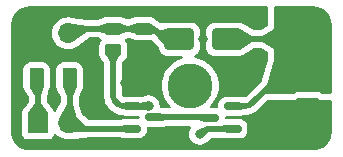
<source format=gbr>
%TF.GenerationSoftware,KiCad,Pcbnew,7.0.8*%
%TF.CreationDate,2024-12-11T19:53:01+01:00*%
%TF.ProjectId,TP4056-module-adapter,54503430-3536-42d6-9d6f-64756c652d61,rev?*%
%TF.SameCoordinates,Original*%
%TF.FileFunction,Copper,L1,Top*%
%TF.FilePolarity,Positive*%
%FSLAX46Y46*%
G04 Gerber Fmt 4.6, Leading zero omitted, Abs format (unit mm)*
G04 Created by KiCad (PCBNEW 7.0.8) date 2024-12-11 19:53:01*
%MOMM*%
%LPD*%
G01*
G04 APERTURE LIST*
G04 Aperture macros list*
%AMRoundRect*
0 Rectangle with rounded corners*
0 $1 Rounding radius*
0 $2 $3 $4 $5 $6 $7 $8 $9 X,Y pos of 4 corners*
0 Add a 4 corners polygon primitive as box body*
4,1,4,$2,$3,$4,$5,$6,$7,$8,$9,$2,$3,0*
0 Add four circle primitives for the rounded corners*
1,1,$1+$1,$2,$3*
1,1,$1+$1,$4,$5*
1,1,$1+$1,$6,$7*
1,1,$1+$1,$8,$9*
0 Add four rect primitives between the rounded corners*
20,1,$1+$1,$2,$3,$4,$5,0*
20,1,$1+$1,$4,$5,$6,$7,0*
20,1,$1+$1,$6,$7,$8,$9,0*
20,1,$1+$1,$8,$9,$2,$3,0*%
G04 Aperture macros list end*
%TA.AperFunction,ComponentPad*%
%ADD10C,3.800000*%
%TD*%
%TA.AperFunction,ComponentPad*%
%ADD11R,1.700000X1.700000*%
%TD*%
%TA.AperFunction,ComponentPad*%
%ADD12O,1.700000X1.700000*%
%TD*%
%TA.AperFunction,SMDPad,CuDef*%
%ADD13RoundRect,0.150000X0.587500X0.150000X-0.587500X0.150000X-0.587500X-0.150000X0.587500X-0.150000X0*%
%TD*%
%TA.AperFunction,SMDPad,CuDef*%
%ADD14RoundRect,0.250000X-0.450000X0.262500X-0.450000X-0.262500X0.450000X-0.262500X0.450000X0.262500X0*%
%TD*%
%TA.AperFunction,SMDPad,CuDef*%
%ADD15RoundRect,0.250000X1.000000X0.650000X-1.000000X0.650000X-1.000000X-0.650000X1.000000X-0.650000X0*%
%TD*%
%TA.AperFunction,SMDPad,CuDef*%
%ADD16RoundRect,0.150000X-0.587500X-0.150000X0.587500X-0.150000X0.587500X0.150000X-0.587500X0.150000X0*%
%TD*%
%TA.AperFunction,SMDPad,CuDef*%
%ADD17RoundRect,0.250000X0.450000X-0.262500X0.450000X0.262500X-0.450000X0.262500X-0.450000X-0.262500X0*%
%TD*%
%TA.AperFunction,SMDPad,CuDef*%
%ADD18RoundRect,0.250000X-0.375000X-0.625000X0.375000X-0.625000X0.375000X0.625000X-0.375000X0.625000X0*%
%TD*%
%TA.AperFunction,ViaPad*%
%ADD19C,0.800000*%
%TD*%
%TA.AperFunction,Conductor*%
%ADD20C,0.500000*%
%TD*%
G04 APERTURE END LIST*
D10*
%TO.P,H1,1*%
%TO.N,N/C*%
X118300000Y-78100000D03*
%TD*%
D11*
%TO.P,J3,1,Pin_1*%
%TO.N,GND*%
X128230000Y-79995000D03*
D12*
%TO.P,J3,2,Pin_2*%
%TO.N,VCC*%
X128230000Y-77455000D03*
%TO.P,J3,3,Pin_3*%
X128230000Y-74915000D03*
%TD*%
D13*
%TO.P,Q2,1,G*%
%TO.N,Net-(Q1-G)*%
X121875000Y-81750000D03*
%TO.P,Q2,2,S*%
%TO.N,VCC*%
X121875000Y-79850000D03*
%TO.P,Q2,3,D*%
%TO.N,Net-(Q1-D)*%
X120000000Y-80800000D03*
%TD*%
D14*
%TO.P,R2,1*%
%TO.N,VBUS*%
X114300000Y-73255500D03*
%TO.P,R2,2*%
%TO.N,GND*%
X114300000Y-75080500D03*
%TD*%
D15*
%TO.P,D1,1,K*%
%TO.N,VCC*%
X121380000Y-74168000D03*
%TO.P,D1,2,A*%
%TO.N,VBUS*%
X117380000Y-74168000D03*
%TD*%
D11*
%TO.P,J1,1,Pin_1*%
%TO.N,GND*%
X105410000Y-73660000D03*
D12*
%TO.P,J1,2,Pin_2*%
%TO.N,VBUS*%
X107950000Y-73660000D03*
%TD*%
D16*
%TO.P,Q1,1,G*%
%TO.N,Net-(Q1-G)*%
X113362500Y-79822000D03*
%TO.P,Q1,2,S*%
%TO.N,LINE*%
X113362500Y-81722000D03*
%TO.P,Q1,3,D*%
%TO.N,Net-(Q1-D)*%
X115237500Y-80772000D03*
%TD*%
D17*
%TO.P,R1,1*%
%TO.N,Net-(Q1-G)*%
X111760000Y-75080500D03*
%TO.P,R1,2*%
%TO.N,VBUS*%
X111760000Y-73255500D03*
%TD*%
D11*
%TO.P,J2,1,Pin_1*%
%TO.N,+BATT*%
X105410000Y-81280000D03*
D12*
%TO.P,J2,2,Pin_2*%
%TO.N,LINE*%
X107950000Y-81280000D03*
%TD*%
D18*
%TO.P,F1,1*%
%TO.N,+BATT*%
X105280000Y-77470000D03*
%TO.P,F1,2*%
%TO.N,LINE*%
X108080000Y-77470000D03*
%TD*%
D19*
%TO.N,GND*%
X110000000Y-83000000D03*
X113000000Y-83000000D03*
X112000000Y-83000000D03*
X116000000Y-83000000D03*
X114000000Y-83000000D03*
X115000000Y-83000000D03*
X125900000Y-81400000D03*
X123900000Y-81400000D03*
X124900000Y-81400000D03*
X126900000Y-81400000D03*
X125400000Y-82300000D03*
X123400000Y-82300000D03*
X124400000Y-82300000D03*
X115750000Y-76400000D03*
X111000000Y-83000000D03*
X109750000Y-76000000D03*
X119380000Y-74168000D03*
X112800000Y-77900000D03*
X110250000Y-72000000D03*
X115500000Y-77800000D03*
X105750000Y-72000000D03*
X126400000Y-82300000D03*
X128400000Y-82300000D03*
X110500000Y-79000000D03*
X129400000Y-82300000D03*
X127400000Y-82300000D03*
X113000000Y-72000000D03*
X104750000Y-72000000D03*
%TO.N,Net-(Q1-G)*%
X119100000Y-82200000D03*
X114800000Y-79822000D03*
%TD*%
D20*
%TO.N,Net-(Q1-G)*%
X119964214Y-81750010D02*
G75*
G03*
X119257107Y-82042893I-14J-999990D01*
G01*
X119100000Y-82200000D02*
X119257107Y-82042893D01*
X119964214Y-81750000D02*
X121875000Y-81750000D01*
X114800000Y-79822000D02*
X113362500Y-79822000D01*
%TO.N,VCC*%
X125922100Y-74622114D02*
G75*
G03*
X126629214Y-74915000I707100J707114D01*
G01*
X125760900Y-74460886D02*
G75*
G03*
X125053786Y-74168000I-707100J-707114D01*
G01*
X122835786Y-79849990D02*
G75*
G03*
X123542893Y-79557107I14J999990D01*
G01*
X126059214Y-77455010D02*
G75*
G03*
X125352107Y-77747893I-14J-999990D01*
G01*
X126629214Y-74915000D02*
X128230000Y-74915000D01*
X121380000Y-74168000D02*
X125053786Y-74168000D01*
X125760893Y-74460893D02*
X125922107Y-74622107D01*
X128230000Y-74915000D02*
X128230000Y-77455000D01*
X126059214Y-77455000D02*
X128230000Y-77455000D01*
X123542893Y-79557107D02*
X125352107Y-77747893D01*
X121875000Y-79850000D02*
X122835786Y-79850000D01*
%TO.N,Net-(Q1-D)*%
X119972000Y-80772000D02*
X120000000Y-80800000D01*
X115237500Y-80772000D02*
X119972000Y-80772000D01*
%TO.N,VBUS*%
X114300000Y-73255500D02*
X114958393Y-73255500D01*
X108354500Y-73255500D02*
X107950000Y-73660000D01*
X111760000Y-73255500D02*
X108354500Y-73255500D01*
X111760000Y-73255500D02*
X114300000Y-73255500D01*
X116285107Y-74168000D02*
X117380000Y-74168000D01*
X115311947Y-73401947D02*
X115931554Y-74021554D01*
X115311950Y-73401944D02*
G75*
G03*
X114958393Y-73255500I-353550J-353556D01*
G01*
X115931551Y-74021557D02*
G75*
G03*
X116285107Y-74168000I353549J353557D01*
G01*
%TO.N,+BATT*%
X105410000Y-77600000D02*
X105280000Y-77470000D01*
X105410000Y-81280000D02*
X105410000Y-77600000D01*
%TO.N,Net-(Q1-G)*%
X111760000Y-75080500D02*
X111760000Y-79040893D01*
X111906447Y-79394447D02*
X112187554Y-79675554D01*
X112541107Y-79822000D02*
X113362500Y-79822000D01*
X112187551Y-79675557D02*
G75*
G03*
X112541107Y-79822000I353549J353557D01*
G01*
X111760005Y-79040893D02*
G75*
G03*
X111906447Y-79394447I499995J-7D01*
G01*
%TO.N,LINE*%
X108080000Y-81150000D02*
X107950000Y-81280000D01*
X108392000Y-81722000D02*
X107950000Y-81280000D01*
X113362500Y-81722000D02*
X108392000Y-81722000D01*
X108080000Y-77470000D02*
X108080000Y-81150000D01*
%TD*%
%TA.AperFunction,Conductor*%
%TO.N,GND*%
G36*
X124837539Y-71394185D02*
G01*
X124883294Y-71446989D01*
X124894500Y-71498500D01*
X124894500Y-72936853D01*
X124874815Y-73003892D01*
X124838660Y-73040439D01*
X124296648Y-73397086D01*
X124229825Y-73417493D01*
X124228488Y-73417500D01*
X123712331Y-73417500D01*
X123648654Y-73399901D01*
X122742242Y-72857452D01*
X122731575Y-72852539D01*
X122724963Y-72848993D01*
X122699337Y-72833187D01*
X122699332Y-72833185D01*
X122667799Y-72822736D01*
X122661360Y-72820195D01*
X122643610Y-72812019D01*
X122643602Y-72812016D01*
X122643601Y-72812016D01*
X122638864Y-72810425D01*
X122621115Y-72804825D01*
X122621112Y-72804824D01*
X122621102Y-72804822D01*
X122618765Y-72804482D01*
X122597626Y-72799482D01*
X122532800Y-72778001D01*
X122430010Y-72767500D01*
X120329998Y-72767500D01*
X120329981Y-72767501D01*
X120227203Y-72778000D01*
X120227200Y-72778001D01*
X120060668Y-72833185D01*
X120060663Y-72833187D01*
X119911342Y-72925289D01*
X119787289Y-73049342D01*
X119695187Y-73198663D01*
X119695186Y-73198666D01*
X119640001Y-73365203D01*
X119640001Y-73365204D01*
X119640000Y-73365204D01*
X119629500Y-73467983D01*
X119629500Y-74868001D01*
X119629501Y-74868018D01*
X119640000Y-74970796D01*
X119640001Y-74970799D01*
X119695185Y-75137331D01*
X119695186Y-75137334D01*
X119787288Y-75286656D01*
X119911344Y-75410712D01*
X120060666Y-75502814D01*
X120227203Y-75557999D01*
X120329991Y-75568500D01*
X122430008Y-75568499D01*
X122532797Y-75557999D01*
X122594056Y-75537698D01*
X122601220Y-75535792D01*
X122609524Y-75534109D01*
X122624943Y-75527653D01*
X122629347Y-75526004D01*
X122699334Y-75502814D01*
X122722889Y-75488284D01*
X122740107Y-75479439D01*
X122742243Y-75478546D01*
X122742255Y-75478539D01*
X123648653Y-74936099D01*
X123712330Y-74918500D01*
X124209497Y-74918500D01*
X124272957Y-74935969D01*
X124833962Y-75270164D01*
X124881481Y-75321383D01*
X124894500Y-75376693D01*
X124894500Y-75852927D01*
X124889540Y-75887647D01*
X124379016Y-77638012D01*
X124347657Y-77690973D01*
X123015092Y-79023540D01*
X123008988Y-79028893D01*
X122997314Y-79037851D01*
X122978325Y-79052422D01*
X122973495Y-79056128D01*
X122945459Y-79072314D01*
X122916330Y-79084379D01*
X122852228Y-79092694D01*
X122583082Y-79056222D01*
X122565139Y-79052422D01*
X122565075Y-79052403D01*
X122565065Y-79052401D01*
X122542522Y-79050626D01*
X122539078Y-79050258D01*
X122534046Y-79049577D01*
X122525348Y-79048474D01*
X122525335Y-79048473D01*
X122485007Y-79049500D01*
X121221804Y-79049500D01*
X121184932Y-79052401D01*
X121184926Y-79052402D01*
X121027106Y-79098254D01*
X121027103Y-79098255D01*
X120885637Y-79181917D01*
X120885629Y-79181923D01*
X120769423Y-79298129D01*
X120769417Y-79298137D01*
X120685755Y-79439603D01*
X120685754Y-79439606D01*
X120639902Y-79597426D01*
X120639901Y-79597432D01*
X120637000Y-79634304D01*
X120637000Y-79875500D01*
X120617315Y-79942539D01*
X120564511Y-79988294D01*
X120513000Y-79999500D01*
X120097124Y-79999500D01*
X120030085Y-79979815D01*
X119984330Y-79927011D01*
X119974386Y-79857853D01*
X120003411Y-79794297D01*
X120012240Y-79785108D01*
X120053349Y-79746504D01*
X120245885Y-79513768D01*
X120407733Y-79258736D01*
X120536341Y-78985430D01*
X120629681Y-78698160D01*
X120686280Y-78401457D01*
X120691052Y-78325611D01*
X120705246Y-78100005D01*
X120705246Y-78099994D01*
X120686281Y-77798553D01*
X120686280Y-77798546D01*
X120686280Y-77798543D01*
X120629681Y-77501840D01*
X120536341Y-77214570D01*
X120407733Y-76941264D01*
X120314906Y-76794992D01*
X120245888Y-76686236D01*
X120113053Y-76525666D01*
X120053349Y-76453496D01*
X119833162Y-76246726D01*
X119833159Y-76246724D01*
X119833153Y-76246719D01*
X119588806Y-76069191D01*
X119588799Y-76069186D01*
X119588795Y-76069184D01*
X119324104Y-75923668D01*
X119324101Y-75923666D01*
X119324096Y-75923664D01*
X119324095Y-75923663D01*
X119043265Y-75812475D01*
X119043262Y-75812474D01*
X118750697Y-75737357D01*
X118740735Y-75736099D01*
X118676693Y-75708165D01*
X118637919Y-75650041D01*
X118636724Y-75580182D01*
X118673488Y-75520766D01*
X118693693Y-75507426D01*
X118693187Y-75506605D01*
X118699332Y-75502814D01*
X118699334Y-75502814D01*
X118848656Y-75410712D01*
X118972712Y-75286656D01*
X119064814Y-75137334D01*
X119119999Y-74970797D01*
X119130500Y-74868009D01*
X119130499Y-73467992D01*
X119125340Y-73417493D01*
X119119999Y-73365203D01*
X119119998Y-73365200D01*
X119064814Y-73198666D01*
X118972712Y-73049344D01*
X118848656Y-72925288D01*
X118738676Y-72857452D01*
X118699336Y-72833187D01*
X118699331Y-72833185D01*
X118666844Y-72822420D01*
X118532797Y-72778001D01*
X118532795Y-72778000D01*
X118430016Y-72767500D01*
X118430009Y-72767500D01*
X116343225Y-72767500D01*
X116313494Y-72766865D01*
X116313487Y-72766865D01*
X115858171Y-72822420D01*
X115789241Y-72811000D01*
X115770269Y-72799652D01*
X115613793Y-72685969D01*
X115434073Y-72594400D01*
X115434324Y-72593906D01*
X115416251Y-72583819D01*
X115368480Y-72549337D01*
X115343781Y-72525696D01*
X115342712Y-72524344D01*
X115287148Y-72468780D01*
X115218656Y-72400288D01*
X115096495Y-72324939D01*
X115069336Y-72308187D01*
X115069331Y-72308185D01*
X115065513Y-72306920D01*
X114902797Y-72253001D01*
X114902795Y-72253000D01*
X114800010Y-72242500D01*
X113799998Y-72242500D01*
X113799980Y-72242501D01*
X113697200Y-72253001D01*
X113611590Y-72281369D01*
X113604845Y-72283190D01*
X113574334Y-72289607D01*
X113072527Y-72472824D01*
X113002803Y-72477326D01*
X112987471Y-72472824D01*
X112603780Y-72332733D01*
X112485661Y-72289606D01*
X112485657Y-72289605D01*
X112485652Y-72289603D01*
X112413035Y-72269086D01*
X112409170Y-72268148D01*
X112404294Y-72266751D01*
X112362799Y-72253001D01*
X112260010Y-72242500D01*
X111259998Y-72242500D01*
X111259980Y-72242501D01*
X111157200Y-72253001D01*
X111071590Y-72281369D01*
X111064845Y-72283190D01*
X111034334Y-72289607D01*
X110465004Y-72497479D01*
X110422476Y-72505000D01*
X109608645Y-72505000D01*
X109588487Y-72503035D01*
X109588481Y-72503088D01*
X109586452Y-72502837D01*
X109584704Y-72502667D01*
X109584080Y-72502544D01*
X108222959Y-72334379D01*
X108214505Y-72332733D01*
X108185418Y-72324939D01*
X108185403Y-72324936D01*
X108052197Y-72313282D01*
X108017415Y-72308985D01*
X108002019Y-72307560D01*
X107992897Y-72306996D01*
X107992888Y-72306996D01*
X107986255Y-72307141D01*
X107979488Y-72306920D01*
X107950004Y-72304341D01*
X107949999Y-72304341D01*
X107714596Y-72324936D01*
X107714586Y-72324938D01*
X107486344Y-72386094D01*
X107486335Y-72386098D01*
X107272171Y-72485964D01*
X107272169Y-72485965D01*
X107078597Y-72621505D01*
X106911505Y-72788597D01*
X106775965Y-72982169D01*
X106775964Y-72982171D01*
X106676098Y-73196335D01*
X106676094Y-73196344D01*
X106614938Y-73424586D01*
X106614936Y-73424596D01*
X106594341Y-73659999D01*
X106594341Y-73660000D01*
X106614936Y-73895403D01*
X106614938Y-73895413D01*
X106676094Y-74123655D01*
X106676096Y-74123659D01*
X106676097Y-74123663D01*
X106753008Y-74288598D01*
X106775965Y-74337830D01*
X106775967Y-74337834D01*
X106884281Y-74492521D01*
X106911505Y-74531401D01*
X107078599Y-74698495D01*
X107175384Y-74766265D01*
X107272165Y-74834032D01*
X107272167Y-74834033D01*
X107272170Y-74834035D01*
X107486337Y-74933903D01*
X107486343Y-74933904D01*
X107486344Y-74933905D01*
X107525916Y-74944508D01*
X107714592Y-74995063D01*
X107902918Y-75011539D01*
X107949999Y-75015659D01*
X107950000Y-75015659D01*
X107950001Y-75015659D01*
X107989234Y-75012226D01*
X108185408Y-74995063D01*
X108413663Y-74933903D01*
X108627830Y-74834035D01*
X108821401Y-74698495D01*
X108849926Y-74669968D01*
X108864243Y-74658272D01*
X108864047Y-74658017D01*
X108867554Y-74655316D01*
X108867559Y-74655314D01*
X109677472Y-74031747D01*
X109742601Y-74006447D01*
X109753119Y-74006000D01*
X110422482Y-74006000D01*
X110465009Y-74013520D01*
X110713187Y-74104134D01*
X110769407Y-74145616D01*
X110794277Y-74210910D01*
X110779898Y-74279284D01*
X110758339Y-74308292D01*
X110717289Y-74349342D01*
X110625187Y-74498663D01*
X110625185Y-74498668D01*
X110614338Y-74531402D01*
X110570001Y-74665203D01*
X110570001Y-74665204D01*
X110570000Y-74665204D01*
X110559500Y-74767983D01*
X110559500Y-75393001D01*
X110559501Y-75393019D01*
X110570000Y-75495796D01*
X110570001Y-75495799D01*
X110625185Y-75662331D01*
X110625187Y-75662336D01*
X110717289Y-75811657D01*
X110841345Y-75935713D01*
X110847013Y-75940195D01*
X110845640Y-75941931D01*
X110883976Y-75983830D01*
X110996406Y-76208659D01*
X111009500Y-76264119D01*
X111009500Y-79085437D01*
X111009503Y-79085506D01*
X111009503Y-79139304D01*
X111040292Y-79333707D01*
X111101115Y-79520912D01*
X111101117Y-79520915D01*
X111190474Y-79696291D01*
X111306168Y-79855534D01*
X111312901Y-79862268D01*
X111312929Y-79862298D01*
X111395569Y-79944937D01*
X111433659Y-79983029D01*
X111433679Y-79983047D01*
X111581072Y-80130439D01*
X111598944Y-80148311D01*
X111598962Y-80148331D01*
X111620552Y-80169920D01*
X111620560Y-80169935D01*
X111700082Y-80249455D01*
X111726465Y-80275838D01*
X111790715Y-80322517D01*
X111885706Y-80391531D01*
X111885707Y-80391531D01*
X111885708Y-80391532D01*
X111973915Y-80436474D01*
X111977463Y-80438432D01*
X112004281Y-80454409D01*
X112016396Y-80458707D01*
X112023796Y-80461888D01*
X112061089Y-80480890D01*
X112248290Y-80541713D01*
X112442701Y-80572502D01*
X112476065Y-80572501D01*
X112500465Y-80574925D01*
X112556848Y-80586247D01*
X112561907Y-80587487D01*
X112672431Y-80619598D01*
X112684722Y-80620565D01*
X112709304Y-80622500D01*
X112709306Y-80622500D01*
X113875500Y-80622500D01*
X113942539Y-80642185D01*
X113988294Y-80694989D01*
X113999500Y-80746500D01*
X113999500Y-80797500D01*
X113979815Y-80864539D01*
X113927011Y-80910294D01*
X113875500Y-80921500D01*
X112762995Y-80921500D01*
X112715692Y-80919979D01*
X112715691Y-80919979D01*
X112715690Y-80919979D01*
X112715682Y-80919979D01*
X112698231Y-80921918D01*
X112684270Y-80923470D01*
X112672431Y-80924402D01*
X112672429Y-80924402D01*
X112672421Y-80924403D01*
X112669193Y-80924992D01*
X112664908Y-80925620D01*
X112279581Y-80968435D01*
X112261480Y-80970922D01*
X112253031Y-80971500D01*
X109740401Y-80971500D01*
X109673362Y-80951815D01*
X109661245Y-80942948D01*
X109640350Y-80925620D01*
X109307608Y-80649674D01*
X109155104Y-80523201D01*
X109116067Y-80465254D01*
X109115505Y-80463436D01*
X109115042Y-80461896D01*
X108884999Y-79696290D01*
X108835745Y-79532368D01*
X108830500Y-79496685D01*
X108830500Y-79117906D01*
X108841709Y-79066387D01*
X108848088Y-79052422D01*
X109137174Y-78419520D01*
X109138904Y-78416284D01*
X109139809Y-78414340D01*
X109139814Y-78414334D01*
X109139816Y-78414326D01*
X109140219Y-78413463D01*
X109141932Y-78409103D01*
X109142703Y-78407417D01*
X109171687Y-78326298D01*
X109172701Y-78322453D01*
X109172702Y-78322442D01*
X109173506Y-78318228D01*
X109173729Y-78318270D01*
X109178012Y-78299058D01*
X109182396Y-78285829D01*
X109194999Y-78247797D01*
X109205500Y-78145009D01*
X109205499Y-76794992D01*
X109194999Y-76692203D01*
X109139814Y-76525666D01*
X109047712Y-76376344D01*
X108923656Y-76252288D01*
X108774334Y-76160186D01*
X108607797Y-76105001D01*
X108607795Y-76105000D01*
X108505010Y-76094500D01*
X107654998Y-76094500D01*
X107654980Y-76094501D01*
X107552203Y-76105000D01*
X107552200Y-76105001D01*
X107385668Y-76160185D01*
X107385663Y-76160187D01*
X107236342Y-76252289D01*
X107112289Y-76376342D01*
X107020187Y-76525663D01*
X107020186Y-76525666D01*
X106965001Y-76692203D01*
X106965001Y-76692204D01*
X106965000Y-76692204D01*
X106954500Y-76794983D01*
X106954500Y-78145001D01*
X106954501Y-78145018D01*
X106965000Y-78247796D01*
X106965001Y-78247800D01*
X107012631Y-78391537D01*
X107017293Y-78407411D01*
X107017295Y-78407416D01*
X107017296Y-78407418D01*
X107018076Y-78409127D01*
X107019774Y-78413450D01*
X107021099Y-78416291D01*
X107022823Y-78419520D01*
X107318291Y-79066389D01*
X107329500Y-79117908D01*
X107329500Y-79448920D01*
X107316708Y-79503771D01*
X106949675Y-80247912D01*
X106902367Y-80299329D01*
X106834770Y-80317006D01*
X106768347Y-80295331D01*
X106728033Y-80249455D01*
X106727245Y-80247912D01*
X106725225Y-80243953D01*
X106722363Y-80237450D01*
X106703796Y-80187669D01*
X106687241Y-80165554D01*
X106676058Y-80147607D01*
X106667297Y-80130439D01*
X106183196Y-79444629D01*
X106160617Y-79378508D01*
X106160500Y-79373120D01*
X106160500Y-79076666D01*
X106165405Y-79042134D01*
X106166648Y-79037849D01*
X106271567Y-78676000D01*
X106373160Y-78325627D01*
X106373160Y-78325626D01*
X106378861Y-78301658D01*
X106380299Y-78293959D01*
X106382391Y-78285840D01*
X106394999Y-78247797D01*
X106405500Y-78145009D01*
X106405499Y-76794992D01*
X106394999Y-76692203D01*
X106339814Y-76525666D01*
X106247712Y-76376344D01*
X106123656Y-76252288D01*
X105974334Y-76160186D01*
X105807797Y-76105001D01*
X105807795Y-76105000D01*
X105705010Y-76094500D01*
X104854998Y-76094500D01*
X104854980Y-76094501D01*
X104752203Y-76105000D01*
X104752200Y-76105001D01*
X104585668Y-76160185D01*
X104585663Y-76160187D01*
X104436342Y-76252289D01*
X104312289Y-76376342D01*
X104220187Y-76525663D01*
X104220186Y-76525666D01*
X104165001Y-76692203D01*
X104165001Y-76692204D01*
X104165000Y-76692204D01*
X104154500Y-76794983D01*
X104154500Y-78145001D01*
X104154501Y-78145018D01*
X104165000Y-78247796D01*
X104165001Y-78247799D01*
X104220185Y-78414331D01*
X104220187Y-78414336D01*
X104312290Y-78563659D01*
X104317426Y-78570154D01*
X104321510Y-78575976D01*
X104640329Y-79090929D01*
X104640929Y-79091897D01*
X104659500Y-79157171D01*
X104659500Y-79373119D01*
X104639815Y-79440158D01*
X104636804Y-79444628D01*
X104459160Y-79696291D01*
X104152700Y-80130442D01*
X104148941Y-80135891D01*
X104146494Y-80139438D01*
X104146485Y-80139453D01*
X104141097Y-80150600D01*
X104128727Y-80170938D01*
X104116204Y-80187666D01*
X104116202Y-80187671D01*
X104093632Y-80248183D01*
X104091363Y-80253495D01*
X104083879Y-80268981D01*
X104083878Y-80268985D01*
X104081739Y-80275722D01*
X104081737Y-80275729D01*
X104081737Y-80275730D01*
X104081736Y-80275733D01*
X104079358Y-80285312D01*
X104077274Y-80292043D01*
X104065909Y-80322516D01*
X104065908Y-80322517D01*
X104059501Y-80382116D01*
X104059500Y-80382135D01*
X104059500Y-82177870D01*
X104059501Y-82177876D01*
X104065908Y-82237483D01*
X104116202Y-82372328D01*
X104116206Y-82372335D01*
X104202452Y-82487544D01*
X104202455Y-82487547D01*
X104317664Y-82573793D01*
X104317671Y-82573797D01*
X104452517Y-82624091D01*
X104452516Y-82624091D01*
X104459444Y-82624835D01*
X104512127Y-82630500D01*
X106307872Y-82630499D01*
X106367483Y-82624091D01*
X106502331Y-82573796D01*
X106617546Y-82487546D01*
X106703796Y-82372331D01*
X106752810Y-82240916D01*
X106794681Y-82184984D01*
X106860145Y-82160566D01*
X106928418Y-82175417D01*
X106956673Y-82196569D01*
X107078599Y-82318495D01*
X107175384Y-82386265D01*
X107272165Y-82454032D01*
X107272167Y-82454033D01*
X107272170Y-82454035D01*
X107486337Y-82553903D01*
X107714592Y-82615063D01*
X107950000Y-82635659D01*
X107997962Y-82631461D01*
X108005949Y-82631280D01*
X108013889Y-82631612D01*
X108124348Y-82620405D01*
X108185408Y-82615063D01*
X108185413Y-82615061D01*
X108190742Y-82614122D01*
X108190801Y-82614459D01*
X108200462Y-82612682D01*
X109433854Y-82487547D01*
X109547815Y-82475985D01*
X109570617Y-82473019D01*
X109578624Y-82472500D01*
X112251957Y-82472500D01*
X112275107Y-82475450D01*
X112275234Y-82474763D01*
X112279576Y-82475561D01*
X112279585Y-82475564D01*
X112664907Y-82518376D01*
X112669210Y-82519008D01*
X112672422Y-82519595D01*
X112672431Y-82519598D01*
X112684301Y-82520532D01*
X112715692Y-82524020D01*
X112718374Y-82524311D01*
X112766674Y-82522500D01*
X114015694Y-82522500D01*
X114015696Y-82522500D01*
X114034131Y-82521049D01*
X114052569Y-82519598D01*
X114052571Y-82519597D01*
X114052573Y-82519597D01*
X114118304Y-82500500D01*
X114210398Y-82473744D01*
X114351865Y-82390081D01*
X114468081Y-82273865D01*
X114551744Y-82132398D01*
X114597598Y-81974569D01*
X114600500Y-81937694D01*
X114600500Y-81696500D01*
X114620185Y-81629461D01*
X114672989Y-81583706D01*
X114724500Y-81572500D01*
X115837035Y-81572500D01*
X115884307Y-81574020D01*
X115884316Y-81574019D01*
X115884317Y-81574019D01*
X115900014Y-81572274D01*
X115915695Y-81570532D01*
X115927569Y-81569598D01*
X115927578Y-81569595D01*
X115930794Y-81569008D01*
X115935104Y-81568375D01*
X116320413Y-81525565D01*
X116335286Y-81523521D01*
X116338514Y-81523077D01*
X116346961Y-81522500D01*
X118236573Y-81522500D01*
X118303612Y-81542185D01*
X118349367Y-81594989D01*
X118359311Y-81664147D01*
X118343960Y-81708500D01*
X118272821Y-81831715D01*
X118272818Y-81831722D01*
X118217307Y-82002569D01*
X118214326Y-82011744D01*
X118194540Y-82200000D01*
X118214326Y-82388256D01*
X118214327Y-82388259D01*
X118272818Y-82568277D01*
X118272821Y-82568284D01*
X118367467Y-82732216D01*
X118453884Y-82828191D01*
X118494129Y-82872888D01*
X118647265Y-82984148D01*
X118647270Y-82984151D01*
X118820192Y-83061142D01*
X118820197Y-83061144D01*
X119005354Y-83100500D01*
X119005355Y-83100500D01*
X119194644Y-83100500D01*
X119194646Y-83100500D01*
X119379803Y-83061144D01*
X119552730Y-82984151D01*
X119705871Y-82872888D01*
X119734514Y-82841074D01*
X119747994Y-82828198D01*
X119764130Y-82814956D01*
X119865320Y-82704297D01*
X120014806Y-82540822D01*
X120074572Y-82504632D01*
X120106315Y-82500500D01*
X120764457Y-82500500D01*
X120787607Y-82503450D01*
X120787734Y-82502763D01*
X120792076Y-82503561D01*
X120792085Y-82503564D01*
X121177407Y-82546376D01*
X121181710Y-82547008D01*
X121184922Y-82547595D01*
X121184931Y-82547598D01*
X121196801Y-82548532D01*
X121228192Y-82552020D01*
X121230874Y-82552311D01*
X121279174Y-82550500D01*
X122528194Y-82550500D01*
X122528196Y-82550500D01*
X122546631Y-82549049D01*
X122565069Y-82547598D01*
X122565071Y-82547597D01*
X122565073Y-82547597D01*
X122606691Y-82535505D01*
X122722898Y-82501744D01*
X122864365Y-82418081D01*
X122980581Y-82301865D01*
X123064244Y-82160398D01*
X123099286Y-82039785D01*
X123110097Y-82002573D01*
X123110098Y-82002567D01*
X123113000Y-81965696D01*
X123113000Y-81534304D01*
X123110098Y-81497432D01*
X123110097Y-81497426D01*
X123064245Y-81339606D01*
X123064244Y-81339603D01*
X123064244Y-81339602D01*
X122980581Y-81198135D01*
X122980579Y-81198133D01*
X122980576Y-81198129D01*
X122864370Y-81081923D01*
X122864362Y-81081917D01*
X122722896Y-80998255D01*
X122722893Y-80998254D01*
X122565073Y-80952402D01*
X122565067Y-80952401D01*
X122528196Y-80949500D01*
X122528194Y-80949500D01*
X121362000Y-80949500D01*
X121294961Y-80929815D01*
X121249206Y-80877011D01*
X121238000Y-80825500D01*
X121238000Y-80774500D01*
X121257685Y-80707461D01*
X121310489Y-80661706D01*
X121362000Y-80650500D01*
X122520166Y-80650500D01*
X122520296Y-80650501D01*
X122532551Y-80650636D01*
X122539830Y-80649670D01*
X122543073Y-80649328D01*
X122558670Y-80648101D01*
X122565072Y-80647598D01*
X122567822Y-80647095D01*
X122582424Y-80644022D01*
X122768841Y-80619306D01*
X122895975Y-80602451D01*
X122898775Y-80602009D01*
X122918116Y-80600491D01*
X122950509Y-80600492D01*
X123084924Y-80582797D01*
X123178010Y-80570544D01*
X123178011Y-80570543D01*
X123178014Y-80570543D01*
X123354705Y-80523201D01*
X123399657Y-80511157D01*
X123399659Y-80511155D01*
X123399663Y-80511155D01*
X123611665Y-80423344D01*
X123810391Y-80308613D01*
X123992441Y-80168924D01*
X124005699Y-80155665D01*
X124005713Y-80155654D01*
X124011546Y-80149820D01*
X124011549Y-80149819D01*
X124819549Y-79341819D01*
X124880872Y-79308334D01*
X124907230Y-79305500D01*
X126973446Y-79305500D01*
X126973448Y-79305500D01*
X126991314Y-79304862D01*
X127009333Y-79303896D01*
X127149925Y-79273312D01*
X127202648Y-79253646D01*
X127215379Y-79248899D01*
X127215390Y-79248895D01*
X127215391Y-79248894D01*
X127215395Y-79248893D01*
X127341675Y-79179936D01*
X127348625Y-79174733D01*
X127414090Y-79150316D01*
X127422936Y-79150000D01*
X129037065Y-79150000D01*
X129104104Y-79169685D01*
X129111375Y-79174733D01*
X129125574Y-79185362D01*
X129140280Y-79195571D01*
X129155241Y-79205567D01*
X129286118Y-79265338D01*
X129328890Y-79277897D01*
X129353152Y-79285022D01*
X129353157Y-79285023D01*
X129353161Y-79285024D01*
X129495577Y-79305500D01*
X129495580Y-79305500D01*
X130137500Y-79305500D01*
X130204539Y-79325185D01*
X130250294Y-79377989D01*
X130261500Y-79429500D01*
X130261500Y-82039785D01*
X130261342Y-82044210D01*
X130256514Y-82111712D01*
X130244669Y-82262215D01*
X130243442Y-82270539D01*
X130222554Y-82366562D01*
X130194046Y-82485302D01*
X130191848Y-82492501D01*
X130155405Y-82590212D01*
X130110636Y-82698293D01*
X130107770Y-82704284D01*
X130057293Y-82796727D01*
X130055739Y-82799410D01*
X129996282Y-82896432D01*
X129993051Y-82901194D01*
X129929377Y-82986253D01*
X129926888Y-82989365D01*
X129853493Y-83075299D01*
X129850187Y-83078875D01*
X129774868Y-83154194D01*
X129771292Y-83157500D01*
X129685376Y-83230879D01*
X129682265Y-83233367D01*
X129597204Y-83297046D01*
X129592440Y-83300279D01*
X129495394Y-83359747D01*
X129492712Y-83361300D01*
X129400288Y-83411767D01*
X129394297Y-83414633D01*
X129286189Y-83459414D01*
X129188510Y-83495845D01*
X129181311Y-83498043D01*
X129062490Y-83526570D01*
X128966553Y-83547439D01*
X128958230Y-83548666D01*
X128807631Y-83560519D01*
X128740209Y-83565342D01*
X128735784Y-83565500D01*
X104650216Y-83565500D01*
X104645791Y-83565342D01*
X104578368Y-83560519D01*
X104427769Y-83548666D01*
X104419446Y-83547439D01*
X104323525Y-83526573D01*
X104204677Y-83498039D01*
X104197479Y-83495841D01*
X104099834Y-83459423D01*
X104099812Y-83459414D01*
X104091837Y-83456110D01*
X103991690Y-83414627D01*
X103985701Y-83411761D01*
X103893296Y-83361306D01*
X103890614Y-83359753D01*
X103883217Y-83355220D01*
X103793536Y-83300264D01*
X103788805Y-83297053D01*
X103703731Y-83233367D01*
X103700657Y-83230908D01*
X103614693Y-83157487D01*
X103611117Y-83154181D01*
X103535817Y-83078881D01*
X103532511Y-83075305D01*
X103459111Y-82989365D01*
X103459085Y-82989334D01*
X103456632Y-82986268D01*
X103392939Y-82901185D01*
X103389741Y-82896472D01*
X103330232Y-82799363D01*
X103328708Y-82796730D01*
X103293480Y-82732214D01*
X103278237Y-82704297D01*
X103275371Y-82698307D01*
X103247607Y-82631280D01*
X103230582Y-82590181D01*
X103203800Y-82518375D01*
X103194157Y-82492519D01*
X103191959Y-82485320D01*
X103164833Y-82372335D01*
X103163432Y-82366504D01*
X103143282Y-82273870D01*
X103142560Y-82270552D01*
X103141332Y-82262228D01*
X103139655Y-82240917D01*
X103129486Y-82111712D01*
X103124658Y-82044209D01*
X103124500Y-82039785D01*
X103124500Y-72900214D01*
X103124658Y-72895790D01*
X103126593Y-72868729D01*
X103129489Y-72828231D01*
X103141333Y-72677762D01*
X103142560Y-72669445D01*
X103158993Y-72593906D01*
X103163429Y-72573509D01*
X103175234Y-72524344D01*
X103191959Y-72454677D01*
X103194157Y-72447478D01*
X103230588Y-72349802D01*
X103275372Y-72241687D01*
X103278237Y-72235701D01*
X103328727Y-72143234D01*
X103330211Y-72140671D01*
X103389754Y-72043506D01*
X103392924Y-72038834D01*
X103456656Y-71953699D01*
X103459060Y-71950694D01*
X103532534Y-71864667D01*
X103535792Y-71861143D01*
X103611143Y-71785792D01*
X103614667Y-71782534D01*
X103700694Y-71709060D01*
X103703699Y-71706656D01*
X103788834Y-71642924D01*
X103793506Y-71639754D01*
X103890671Y-71580211D01*
X103893234Y-71578727D01*
X103985704Y-71528235D01*
X103991687Y-71525372D01*
X104099802Y-71480588D01*
X104197482Y-71444155D01*
X104204678Y-71441959D01*
X104323492Y-71413433D01*
X104419451Y-71392559D01*
X104427762Y-71391333D01*
X104578231Y-71379489D01*
X104645791Y-71374657D01*
X104650214Y-71374500D01*
X124770500Y-71374500D01*
X124837539Y-71394185D01*
G37*
%TD.AperFunction*%
%TA.AperFunction,Conductor*%
G36*
X113072513Y-74038167D02*
G01*
X113443505Y-74173622D01*
X113574334Y-74221391D01*
X113646893Y-74241897D01*
X113650838Y-74242854D01*
X113655716Y-74244251D01*
X113697203Y-74257999D01*
X113799991Y-74268500D01*
X114800008Y-74268499D01*
X114800012Y-74268498D01*
X114801830Y-74268406D01*
X114805892Y-74268332D01*
X114806205Y-74268336D01*
X114820852Y-74268549D01*
X114902007Y-74258079D01*
X114902797Y-74257999D01*
X114902799Y-74257998D01*
X114904224Y-74257854D01*
X114905628Y-74257612D01*
X114989626Y-74246776D01*
X115058633Y-74257722D01*
X115099242Y-74288598D01*
X115607708Y-74875953D01*
X115636703Y-74939522D01*
X115637315Y-74944508D01*
X115640000Y-74970795D01*
X115648041Y-74995061D01*
X115695186Y-75137334D01*
X115787288Y-75286656D01*
X115911344Y-75410712D01*
X116060666Y-75502814D01*
X116227203Y-75557999D01*
X116329991Y-75568500D01*
X117525400Y-75568499D01*
X117592438Y-75588184D01*
X117638193Y-75640987D01*
X117648137Y-75710146D01*
X117619112Y-75773702D01*
X117560334Y-75811476D01*
X117556915Y-75812416D01*
X117556734Y-75812475D01*
X117275904Y-75923663D01*
X117275903Y-75923664D01*
X117011205Y-76069184D01*
X117011193Y-76069191D01*
X116766846Y-76246719D01*
X116766836Y-76246727D01*
X116546652Y-76453494D01*
X116354111Y-76686236D01*
X116192268Y-76941261D01*
X116192265Y-76941267D01*
X116063661Y-77214563D01*
X116063659Y-77214568D01*
X115970320Y-77501835D01*
X115913719Y-77798546D01*
X115913718Y-77798553D01*
X115894754Y-78099994D01*
X115894754Y-78100005D01*
X115913718Y-78401446D01*
X115913719Y-78401453D01*
X115970320Y-78698164D01*
X116063659Y-78985431D01*
X116063661Y-78985436D01*
X116192265Y-79258732D01*
X116192268Y-79258738D01*
X116354111Y-79513763D01*
X116354114Y-79513767D01*
X116354115Y-79513768D01*
X116546651Y-79746504D01*
X116597545Y-79794297D01*
X116611188Y-79807108D01*
X116646582Y-79867349D01*
X116643790Y-79937163D01*
X116603696Y-79994384D01*
X116539031Y-80020845D01*
X116526304Y-80021500D01*
X116348047Y-80021500D01*
X116324892Y-80018549D01*
X116324766Y-80019236D01*
X116320417Y-80018435D01*
X115935086Y-79975620D01*
X115930804Y-79974992D01*
X115927571Y-79974402D01*
X115915719Y-79973469D01*
X115884305Y-79969979D01*
X115883552Y-79969897D01*
X115881676Y-79969693D01*
X115881663Y-79969693D01*
X115833361Y-79971500D01*
X115827463Y-79971500D01*
X115760424Y-79951815D01*
X115714669Y-79899011D01*
X115704142Y-79834539D01*
X115705460Y-79822000D01*
X115685674Y-79633744D01*
X115627179Y-79453716D01*
X115532533Y-79289784D01*
X115405871Y-79149112D01*
X115405870Y-79149111D01*
X115252734Y-79037851D01*
X115252729Y-79037848D01*
X115079807Y-78960857D01*
X115079802Y-78960855D01*
X114934001Y-78929865D01*
X114894646Y-78921500D01*
X114705354Y-78921500D01*
X114579650Y-78948218D01*
X114548224Y-78954898D01*
X114147923Y-79029953D01*
X114111379Y-79031319D01*
X114060088Y-79025620D01*
X114055807Y-79024992D01*
X114052576Y-79024402D01*
X114040719Y-79023469D01*
X114009305Y-79019979D01*
X114008552Y-79019897D01*
X114006676Y-79019693D01*
X114006663Y-79019693D01*
X113958361Y-79021500D01*
X112843095Y-79021500D01*
X112839272Y-79021382D01*
X112834517Y-79021088D01*
X112834509Y-79021088D01*
X112810648Y-79021500D01*
X112709304Y-79021500D01*
X112666115Y-79024899D01*
X112666003Y-79023485D01*
X112603772Y-79016921D01*
X112563314Y-78989946D01*
X112546819Y-78973451D01*
X112513334Y-78912128D01*
X112510500Y-78885770D01*
X112510500Y-76264118D01*
X112523592Y-76208661D01*
X112636021Y-75983830D01*
X112674365Y-75941924D01*
X112672993Y-75940189D01*
X112678650Y-75935715D01*
X112678656Y-75935712D01*
X112802712Y-75811656D01*
X112894814Y-75662334D01*
X112949999Y-75495797D01*
X112960500Y-75393009D01*
X112960499Y-74767992D01*
X112949999Y-74665203D01*
X112894814Y-74498666D01*
X112802712Y-74349344D01*
X112761660Y-74308292D01*
X112728176Y-74246970D01*
X112733160Y-74177278D01*
X112775032Y-74121345D01*
X112806810Y-74104134D01*
X112987473Y-74038171D01*
X113057195Y-74033670D01*
X113072513Y-74038167D01*
G37*
%TD.AperFunction*%
%TD*%
%TA.AperFunction,Conductor*%
%TO.N,VCC*%
G36*
X128740206Y-71374657D02*
G01*
X128807740Y-71379487D01*
X128958222Y-71391330D01*
X128966537Y-71392556D01*
X129062589Y-71413451D01*
X129181305Y-71441953D01*
X129188503Y-71444150D01*
X129286226Y-71480599D01*
X129394302Y-71525366D01*
X129400268Y-71528220D01*
X129492774Y-71578732D01*
X129495381Y-71580242D01*
X129565377Y-71623136D01*
X129592432Y-71639716D01*
X129597194Y-71642947D01*
X129682253Y-71706621D01*
X129685356Y-71709103D01*
X129759908Y-71772776D01*
X129771299Y-71782505D01*
X129774875Y-71785811D01*
X129850194Y-71861130D01*
X129853492Y-71864697D01*
X129923188Y-71946300D01*
X129926879Y-71950622D01*
X129929367Y-71953733D01*
X129968543Y-72006064D01*
X129993056Y-72038809D01*
X129996279Y-72043558D01*
X130055747Y-72140604D01*
X130057300Y-72143286D01*
X130107767Y-72235710D01*
X130110633Y-72241701D01*
X130155414Y-72349810D01*
X130191845Y-72447487D01*
X130194043Y-72454687D01*
X130222570Y-72573509D01*
X130243439Y-72669444D01*
X130244666Y-72677768D01*
X130256519Y-72828369D01*
X130261342Y-72895791D01*
X130261500Y-72900216D01*
X130261500Y-78676000D01*
X130241815Y-78743039D01*
X130189011Y-78788794D01*
X130137500Y-78800000D01*
X129495577Y-78800000D01*
X129428538Y-78780315D01*
X129421266Y-78775267D01*
X129322330Y-78701203D01*
X129322328Y-78701202D01*
X129187482Y-78650908D01*
X129187483Y-78650908D01*
X129127883Y-78644501D01*
X129127881Y-78644500D01*
X129127873Y-78644500D01*
X129127864Y-78644500D01*
X127332129Y-78644500D01*
X127332123Y-78644501D01*
X127272516Y-78650908D01*
X127137671Y-78701202D01*
X127137669Y-78701203D01*
X127038734Y-78775267D01*
X126973270Y-78799684D01*
X126964423Y-78800000D01*
X125524000Y-78800000D01*
X125456961Y-78780315D01*
X125411206Y-78727511D01*
X125400000Y-78676000D01*
X125400000Y-71498500D01*
X125419685Y-71431461D01*
X125472489Y-71385706D01*
X125524000Y-71374500D01*
X128735788Y-71374500D01*
X128740206Y-71374657D01*
G37*
%TD.AperFunction*%
%TD*%
%TA.AperFunction,Conductor*%
%TO.N,Net-(Q1-G)*%
G36*
X119706223Y-81532971D02*
G01*
X119712459Y-81539398D01*
X119713058Y-81541430D01*
X119806704Y-82012245D01*
X119804957Y-82021027D01*
X119803863Y-82022422D01*
X119391082Y-82473832D01*
X119382970Y-82477625D01*
X119374553Y-82474571D01*
X119374192Y-82474227D01*
X119100688Y-82201856D01*
X119098124Y-82198017D01*
X119021708Y-82012245D01*
X118951434Y-81841404D01*
X118951456Y-81832451D01*
X118957803Y-81826135D01*
X118957868Y-81826108D01*
X119697270Y-81532836D01*
X119706223Y-81532971D01*
G37*
%TD.AperFunction*%
%TD*%
%TA.AperFunction,Conductor*%
%TO.N,Net-(Q1-G)*%
G36*
X121290621Y-81451591D02*
G01*
X121855551Y-81739576D01*
X121861365Y-81746387D01*
X121860661Y-81755314D01*
X121855551Y-81760424D01*
X121290621Y-82048408D01*
X121284015Y-82049612D01*
X120847908Y-82001156D01*
X120840064Y-81996837D01*
X120837500Y-81989528D01*
X120837500Y-81510471D01*
X120840927Y-81502198D01*
X120847906Y-81498843D01*
X121284015Y-81450387D01*
X121290621Y-81451591D01*
G37*
%TD.AperFunction*%
%TD*%
%TA.AperFunction,Conductor*%
%TO.N,Net-(Q1-G)*%
G36*
X114794942Y-79426435D02*
G01*
X114799835Y-79433935D01*
X114800035Y-79436062D01*
X114801000Y-79822000D01*
X114800035Y-80207937D01*
X114796587Y-80216202D01*
X114788306Y-80219608D01*
X114786179Y-80219408D01*
X114009544Y-80073789D01*
X114002044Y-80068896D01*
X114000000Y-80062289D01*
X114000000Y-79581710D01*
X114003427Y-79573437D01*
X114009542Y-79570210D01*
X114786180Y-79424591D01*
X114794942Y-79426435D01*
G37*
%TD.AperFunction*%
%TD*%
%TA.AperFunction,Conductor*%
%TO.N,Net-(Q1-G)*%
G36*
X114389593Y-79570843D02*
G01*
X114397436Y-79575162D01*
X114400000Y-79582471D01*
X114400000Y-80061528D01*
X114396573Y-80069801D01*
X114389592Y-80073156D01*
X113953484Y-80121612D01*
X113946878Y-80120408D01*
X113381948Y-79832424D01*
X113376134Y-79825613D01*
X113376838Y-79816686D01*
X113381948Y-79811576D01*
X113946879Y-79523590D01*
X113953483Y-79522387D01*
X114389593Y-79570843D01*
G37*
%TD.AperFunction*%
%TD*%
%TA.AperFunction,Conductor*%
%TO.N,VCC*%
G36*
X122482656Y-73291210D02*
G01*
X123524308Y-73914594D01*
X123529647Y-73921781D01*
X123530000Y-73924632D01*
X123530000Y-74411367D01*
X123526573Y-74419640D01*
X123524308Y-74421406D01*
X122482658Y-75044788D01*
X122473799Y-75046096D01*
X122469323Y-75043870D01*
X121390354Y-74177121D01*
X121386050Y-74169269D01*
X121388560Y-74160673D01*
X121390354Y-74158879D01*
X121694452Y-73914593D01*
X122469323Y-73292128D01*
X122477919Y-73289619D01*
X122482656Y-73291210D01*
G37*
%TD.AperFunction*%
%TD*%
%TA.AperFunction,Conductor*%
%TO.N,VCC*%
G36*
X122821742Y-79598684D02*
G01*
X122829479Y-79603190D01*
X122831868Y-79610086D01*
X122839697Y-80089546D01*
X122836406Y-80097874D01*
X122829537Y-80101335D01*
X122466109Y-80149521D01*
X122459258Y-80148347D01*
X121894450Y-79860440D01*
X121888635Y-79853630D01*
X121889339Y-79844703D01*
X121894448Y-79839592D01*
X122459273Y-79551666D01*
X122466155Y-79550497D01*
X122821742Y-79598684D01*
G37*
%TD.AperFunction*%
%TD*%
%TA.AperFunction,Conductor*%
%TO.N,Net-(Q1-D)*%
G36*
X119415273Y-80501414D02*
G01*
X119978815Y-80788691D01*
X119984629Y-80795502D01*
X119983925Y-80804429D01*
X119978133Y-80809859D01*
X119349022Y-81081105D01*
X119342568Y-81081918D01*
X118972378Y-81023557D01*
X118964739Y-81018884D01*
X118962500Y-81012000D01*
X118962500Y-80533141D01*
X118965927Y-80524868D01*
X118973626Y-80521456D01*
X119409388Y-80500152D01*
X119415273Y-80501414D01*
G37*
%TD.AperFunction*%
%TD*%
%TA.AperFunction,Conductor*%
%TO.N,Net-(Q1-D)*%
G36*
X116264593Y-80520843D02*
G01*
X116272436Y-80525162D01*
X116275000Y-80532471D01*
X116275000Y-81011528D01*
X116271573Y-81019801D01*
X116264592Y-81023156D01*
X115828484Y-81071612D01*
X115821878Y-81070408D01*
X115256948Y-80782424D01*
X115251134Y-80775613D01*
X115251838Y-80766686D01*
X115256948Y-80761576D01*
X115821879Y-80473590D01*
X115828483Y-80472387D01*
X116264593Y-80520843D01*
G37*
%TD.AperFunction*%
%TD*%
%TA.AperFunction,Conductor*%
%TO.N,VBUS*%
G36*
X107963105Y-72811619D02*
G01*
X109522102Y-73004231D01*
X109529891Y-73008647D01*
X109532366Y-73015843D01*
X109532366Y-73499741D01*
X109528939Y-73508014D01*
X109527804Y-73509012D01*
X108559177Y-74254776D01*
X108550531Y-74257107D01*
X108543773Y-74253785D01*
X108489300Y-74199402D01*
X107952438Y-73663432D01*
X107949005Y-73655165D01*
X107949984Y-72823216D01*
X107953421Y-72814949D01*
X107961698Y-72811532D01*
X107963105Y-72811619D01*
G37*
%TD.AperFunction*%
%TD*%
%TA.AperFunction,Conductor*%
%TO.N,VBUS*%
G36*
X111216654Y-72764828D02*
G01*
X111219560Y-72766752D01*
X111751378Y-73246815D01*
X111755223Y-73254902D01*
X111752223Y-73263340D01*
X111751378Y-73264185D01*
X111219560Y-73744247D01*
X111211122Y-73747247D01*
X111207707Y-73746552D01*
X110555187Y-73508306D01*
X110548591Y-73502250D01*
X110547500Y-73497316D01*
X110547500Y-73013683D01*
X110550927Y-73005410D01*
X110555185Y-73002693D01*
X111207708Y-72764447D01*
X111216654Y-72764828D01*
G37*
%TD.AperFunction*%
%TD*%
%TA.AperFunction,Conductor*%
%TO.N,VBUS*%
G36*
X113756654Y-72764828D02*
G01*
X113759560Y-72766752D01*
X114291378Y-73246815D01*
X114295223Y-73254902D01*
X114292223Y-73263340D01*
X114291378Y-73264185D01*
X113759560Y-73744247D01*
X113751122Y-73747247D01*
X113747707Y-73746552D01*
X113095187Y-73508306D01*
X113088591Y-73502250D01*
X113087500Y-73497316D01*
X113087500Y-73013683D01*
X113090927Y-73005410D01*
X113095185Y-73002693D01*
X113747708Y-72764447D01*
X113756654Y-72764828D01*
G37*
%TD.AperFunction*%
%TD*%
%TA.AperFunction,Conductor*%
%TO.N,VBUS*%
G36*
X112312289Y-72764446D02*
G01*
X112964813Y-73002693D01*
X112971409Y-73008749D01*
X112972500Y-73013683D01*
X112972500Y-73497316D01*
X112969073Y-73505589D01*
X112964813Y-73508306D01*
X112312292Y-73746552D01*
X112303345Y-73746171D01*
X112300439Y-73744247D01*
X111768621Y-73264185D01*
X111764776Y-73256098D01*
X111767776Y-73247660D01*
X111768621Y-73246815D01*
X112035952Y-73005500D01*
X112300440Y-72766751D01*
X112308877Y-72763752D01*
X112312289Y-72764446D01*
G37*
%TD.AperFunction*%
%TD*%
%TA.AperFunction,Conductor*%
%TO.N,VBUS*%
G36*
X114981407Y-72893374D02*
G01*
X115451000Y-73232335D01*
X115601219Y-73340766D01*
X115605921Y-73348387D01*
X115603858Y-73357101D01*
X115602644Y-73358526D01*
X115261629Y-73699541D01*
X115254853Y-73702872D01*
X114756177Y-73767203D01*
X114747533Y-73764863D01*
X114745889Y-73763319D01*
X114308978Y-73265820D01*
X114306094Y-73257343D01*
X114310049Y-73249309D01*
X114312193Y-73247815D01*
X114968999Y-72892571D01*
X114977904Y-72891650D01*
X114981407Y-72893374D01*
G37*
%TD.AperFunction*%
%TD*%
%TA.AperFunction,Conductor*%
%TO.N,VBUS*%
G36*
X116383341Y-73271044D02*
G01*
X116383950Y-73271555D01*
X117258855Y-74059031D01*
X117367128Y-74156485D01*
X117370985Y-74164567D01*
X117367997Y-74173008D01*
X117363926Y-74175928D01*
X116137866Y-74703558D01*
X116128912Y-74703681D01*
X116124395Y-74700469D01*
X115277391Y-73722050D01*
X115274567Y-73713552D01*
X115277963Y-73706120D01*
X115620967Y-73363116D01*
X115627820Y-73359776D01*
X116374716Y-73268644D01*
X116383341Y-73271044D01*
G37*
%TD.AperFunction*%
%TD*%
%TA.AperFunction,Conductor*%
%TO.N,+BATT*%
G36*
X105662210Y-79583427D02*
G01*
X105663496Y-79584953D01*
X106254320Y-80421953D01*
X106256291Y-80430688D01*
X106253039Y-80436968D01*
X105418278Y-81272712D01*
X105410007Y-81276144D01*
X105401732Y-81272722D01*
X105401722Y-81272712D01*
X104566960Y-80436968D01*
X104563538Y-80428693D01*
X104565677Y-80421956D01*
X105156504Y-79584953D01*
X105164075Y-79580170D01*
X105166063Y-79580000D01*
X105653937Y-79580000D01*
X105662210Y-79583427D01*
G37*
%TD.AperFunction*%
%TD*%
%TA.AperFunction,Conductor*%
%TO.N,+BATT*%
G36*
X105287550Y-77478595D02*
G01*
X105289768Y-77480633D01*
X105881953Y-78185887D01*
X105884649Y-78194427D01*
X105884230Y-78196669D01*
X105662448Y-78961558D01*
X105656853Y-78968550D01*
X105651211Y-78970000D01*
X105166517Y-78970000D01*
X105158244Y-78966573D01*
X105156569Y-78964459D01*
X104725361Y-78267976D01*
X104723920Y-78259138D01*
X104725745Y-78255078D01*
X105271246Y-77481414D01*
X105278814Y-77476628D01*
X105287550Y-77478595D01*
G37*
%TD.AperFunction*%
%TD*%
%TA.AperFunction,Conductor*%
%TO.N,Net-(Q1-G)*%
G36*
X111768178Y-75087495D02*
G01*
X112266397Y-75574601D01*
X112269917Y-75582835D01*
X112268683Y-75588200D01*
X112013234Y-76099033D01*
X112006468Y-76104900D01*
X112002769Y-76105500D01*
X111517231Y-76105500D01*
X111508958Y-76102073D01*
X111506766Y-76099033D01*
X111251316Y-75588200D01*
X111250681Y-75579268D01*
X111253600Y-75574603D01*
X111751821Y-75087495D01*
X111760132Y-75084163D01*
X111768178Y-75087495D01*
G37*
%TD.AperFunction*%
%TD*%
%TA.AperFunction,Conductor*%
%TO.N,Net-(Q1-G)*%
G36*
X112778406Y-79523739D02*
G01*
X113340901Y-79811025D01*
X113346710Y-79817840D01*
X113345999Y-79826767D01*
X113340097Y-79832238D01*
X112704544Y-80098267D01*
X112697723Y-80098945D01*
X112239395Y-80006914D01*
X112231958Y-80001926D01*
X112230227Y-79993140D01*
X112231563Y-79989597D01*
X112470634Y-79575503D01*
X112477737Y-79570054D01*
X112478881Y-79569808D01*
X112771220Y-79522610D01*
X112778406Y-79523739D01*
G37*
%TD.AperFunction*%
%TD*%
%TA.AperFunction,Conductor*%
%TO.N,LINE*%
G36*
X112778121Y-81423591D02*
G01*
X113343051Y-81711576D01*
X113348865Y-81718387D01*
X113348161Y-81727314D01*
X113343051Y-81732424D01*
X112778121Y-82020408D01*
X112771515Y-82021612D01*
X112335408Y-81973156D01*
X112327564Y-81968837D01*
X112325000Y-81961528D01*
X112325000Y-81482471D01*
X112328427Y-81474198D01*
X112335406Y-81470843D01*
X112771515Y-81422387D01*
X112778121Y-81423591D01*
G37*
%TD.AperFunction*%
%TD*%
%TA.AperFunction,Conductor*%
%TO.N,LINE*%
G36*
X108559238Y-80685757D02*
G01*
X109503078Y-81468491D01*
X109507258Y-81476410D01*
X109507309Y-81477497D01*
X109507309Y-81961427D01*
X109503882Y-81969700D01*
X109496790Y-81973067D01*
X107962865Y-82128694D01*
X107954288Y-82126120D01*
X107950044Y-82118235D01*
X107949984Y-82117083D01*
X107949005Y-81284857D01*
X107952420Y-81276584D01*
X108543505Y-80686481D01*
X108551779Y-80683063D01*
X108559238Y-80685757D01*
G37*
%TD.AperFunction*%
%TD*%
%TA.AperFunction,Conductor*%
%TO.N,LINE*%
G36*
X108329572Y-79609285D02*
G01*
X108332504Y-79614191D01*
X108732257Y-80944600D01*
X108731356Y-80953509D01*
X108725541Y-80958772D01*
X107954489Y-81279134D01*
X107945534Y-81279143D01*
X107945511Y-81279134D01*
X107176226Y-80959507D01*
X107169901Y-80953168D01*
X107169910Y-80944213D01*
X107170222Y-80943527D01*
X107826782Y-79612383D01*
X107833515Y-79606479D01*
X107837275Y-79605858D01*
X108321299Y-79605858D01*
X108329572Y-79609285D01*
G37*
%TD.AperFunction*%
%TD*%
%TA.AperFunction,Conductor*%
%TO.N,LINE*%
G36*
X108087524Y-77478234D02*
G01*
X108088955Y-77479665D01*
X108399728Y-77849775D01*
X108681216Y-78185010D01*
X108683912Y-78193550D01*
X108682898Y-78197395D01*
X108333124Y-78963161D01*
X108326570Y-78969263D01*
X108322482Y-78970000D01*
X107837518Y-78970000D01*
X107829245Y-78966573D01*
X107826876Y-78963161D01*
X107477101Y-78197395D01*
X107476780Y-78188446D01*
X107478783Y-78185010D01*
X108071041Y-77479669D01*
X108078984Y-77475538D01*
X108087524Y-77478234D01*
G37*
%TD.AperFunction*%
%TD*%
%TA.AperFunction,Conductor*%
%TO.N,VCC*%
G36*
X126511963Y-74147101D02*
G01*
X125415292Y-75028071D01*
X125400000Y-75018961D01*
X124365708Y-74402826D01*
X124360354Y-74395648D01*
X124360130Y-74394537D01*
X124325434Y-74166885D01*
X124301130Y-74007414D01*
X124303271Y-73998719D01*
X124306262Y-73995878D01*
X125400000Y-73276193D01*
X125415292Y-73266131D01*
X126511963Y-74147101D01*
G37*
%TD.AperFunction*%
%TD*%
%TA.AperFunction,Conductor*%
%TO.N,VCC*%
G36*
X126996671Y-77519030D02*
G01*
X125900000Y-78800000D01*
X125400000Y-78800000D01*
X124614985Y-78800000D01*
X124606712Y-78796573D01*
X124603285Y-78788300D01*
X124603634Y-78785462D01*
X124800000Y-78000000D01*
X125399999Y-75942860D01*
X125400000Y-75942857D01*
X125500000Y-75600000D01*
X126996671Y-77519030D01*
G37*
%TD.AperFunction*%
%TD*%
M02*

</source>
